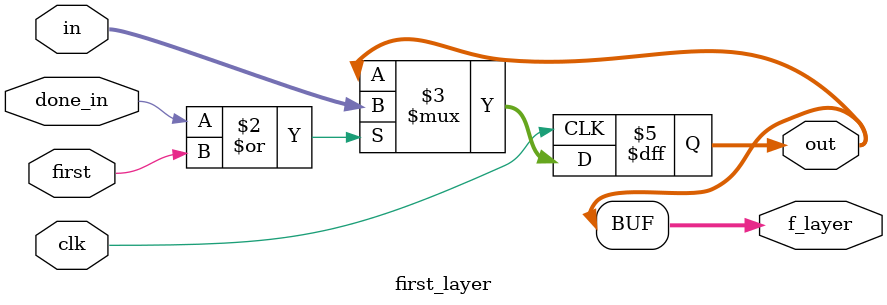
<source format=sv>
`timescale 1ns / 1ps


module first_layer #(parameter weightNo = 784, dataWidth = 16)(
    input clk,
    input done_in,
    input first,
    input [weightNo*dataWidth - 1:0] in,
    output reg [weightNo*dataWidth - 1:0] out,
    output wire [weightNo*dataWidth - 1:0] f_layer  
    
    );
    
    assign f_layer = out;
    //reg standby;
    //reg done_in_d;
    
    //initial begin
      //  standby = 1;
    //end
    
    always @(posedge clk) begin
    
        if(done_in | first) begin
            out<=in;    
        end
    
        //done_in_d <= done_in;
        
        //if((done_in | first) & standby) begin
            //standby <= 0;
       //     out <= in;    
        //end
        
        //if(done_in_d & ~done_in) begin
          //  standby <= 1;
        //end
        
    end
endmodule

</source>
